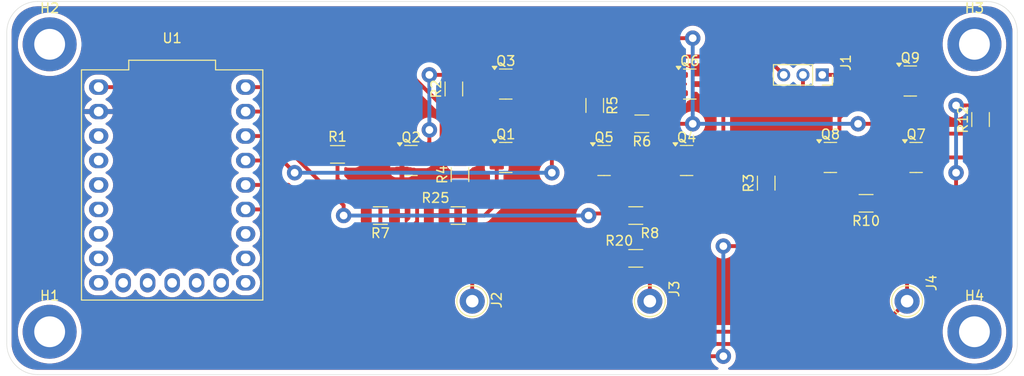
<source format=kicad_pcb>
(kicad_pcb (version 20241229) (generator "pcbnew") (generator_version "9.0")
  (layers (0 "F.Cu" signal) (2 "B.Cu" signal) (13 "F.Paste" user) (15 "B.Paste" user) (5 "F.SilkS" user "F.Silkscreen") (7 "B.SilkS" user "B.Silkscreen") (1 "F.Mask" user) (3 "B.Mask" user) (25 "Edge.Cuts" user))
  (net 0 "")
  (net 1 "Net-(J1-Pin_3)")
  (net 2 "Net-(J1-Pin_1)")
  (net 3 "Net-(J1-Pin_2)")
  (net 4 "Net-(Q1-G)")
  (net 5 "Net-(Q2-G)")
  (net 6 "Net-(Q2-D)")
  (net 7 "5V")
  (net 8 "Net-(Q5-G)")
  (net 9 "GND")
  (net 10 "Net-(U1-GP1)")
  (net 11 "Net-(U1-GP5)")
  (net 12 "Net-(U1-GP0)")
  (net 13 "Net-(U1-GP3)")
  (net 14 "Net-(U1-GP2)")
  (net 15 "Net-(U1-GP4)")
  (net 28 "Net-(Q4-G)")
  (net 29 "Net-(Q5-D)")
  (net 30 "Net-(Q7-G)")
  (net 31 "Net-(Q8-G)")
  (net 32 "Net-(Q8-D)")
  (net 33 "Net-(J2-Pin_1)")
  (net 34 "Net-(J3-Pin_1)")
  (net 35 "Net-(J4-Pin_1)")
  (footprint "Package_TO_SOT_SMD:SOT-23" (layer "F.Cu") (at 167.9725 88.265)
    (property "Reference" "Q5" (at 0 -2.4 0) (layer "F.SilkS"))
    (property "Value" "DMN3042L")
    (fp_line (start 0 -1.56) (end -0.65 -1.56) (stroke (width 0.12)) (layer "F.SilkS"))
    (fp_line (start 0 -1.56) (end 0.65 -1.56) (stroke (width 0.12)) (layer "F.SilkS"))
    (fp_line (start 0 1.56) (end -0.65 1.56) (stroke (width 0.12)) (layer "F.SilkS"))
    (fp_line (start 0 1.56) (end 0.65 1.56) (stroke (width 0.12)) (layer "F.SilkS"))
    (fp_poly (pts (xy -1.1625 -1.51) (xy -1.4025 -1.84) (xy -0.9225 -1.84)) (stroke (width 0.12)) (fill yes) (layer "F.SilkS"))
    (pad "1" smd roundrect (at -0.9375 -0.95) (size 1.475 0.6) (layers "F.Cu" "F.Mask" "F.Paste") (net 8 "Net-(Q5-G)"))
    (pad "2" smd roundrect (at -0.9375 0.95) (size 1.475 0.6) (layers "F.Cu" "F.Mask" "F.Paste") (net 9 "GND"))
    (pad "3" smd roundrect (at 0.9375 0) (size 1.475 0.6) (layers "F.Cu" "F.Mask" "F.Paste") (net 29 "Net-(Q5-D)"))
  )
  (footprint "Package_TO_SOT_SMD:SOT-23" (layer "F.Cu") (at 199.7225 80.01)
    (property "Reference" "Q9" (at 0 -2.4 0) (layer "F.SilkS"))
    (property "Value" "DMP3099L")
    (fp_line (start 0 -1.56) (end -0.65 -1.56) (stroke (width 0.12)) (layer "F.SilkS"))
    (fp_line (start 0 -1.56) (end 0.65 -1.56) (stroke (width 0.12)) (layer "F.SilkS"))
    (fp_line (start 0 1.56) (end -0.65 1.56) (stroke (width 0.12)) (layer "F.SilkS"))
    (fp_line (start 0 1.56) (end 0.65 1.56) (stroke (width 0.12)) (layer "F.SilkS"))
    (fp_poly (pts (xy -1.1625 -1.51) (xy -1.4025 -1.84) (xy -0.9225 -1.84)) (stroke (width 0.12)) (fill yes) (layer "F.SilkS"))
    (pad "1" smd roundrect (at -0.9375 -0.95) (size 1.475 0.6) (layers "F.Cu" "F.Mask" "F.Paste") (net 32 "Net-(Q8-D)"))
    (pad "2" smd roundrect (at -0.9375 0.95) (size 1.475 0.6) (layers "F.Cu" "F.Mask" "F.Paste") (net 7 "5V"))
    (pad "3" smd roundrect (at 0.9375 0) (size 1.475 0.6) (layers "F.Cu" "F.Mask" "F.Paste") (net 2 "Net-(J1-Pin_1)"))
  )
  (footprint "MountingHole:MountingHole_3.2mm_M3_DIN965_Pad" (layer "F.Cu") (at 206.375 76.2)
    (property "Reference" "H3" (at 0 -3.75 0) (layer "F.SilkS"))
    (property "Value" "MountingHole")
    (pad "1" thru_hole circle (at 0 0) (size 5.6 5.6) (drill 3.2) (layers "*.Cu" "*.Mask"))
  )
  (footprint "Resistor_SMD:R_1206_3216Metric" (layer "F.Cu") (at 171.2575 98.425)
    (property "Reference" "R20" (at -1.7125 -1.83 0) (layer "F.SilkS"))
    (property "Value" "5m")
    (fp_line (start -0.727064 -0.91) (end 0.727064 -0.91) (stroke (width 0.12)) (layer "F.SilkS"))
    (fp_line (start -0.727064 0.91) (end 0.727064 0.91) (stroke (width 0.12)) (layer "F.SilkS"))
    (pad "1" smd roundrect (at -1.4625 0) (size 1.125 1.75) (layers "F.Cu" "F.Mask" "F.Paste") (roundrect_rratio 0.222222) (net 9 "GND"))
    (pad "2" smd roundrect (at 1.4625 0) (size 1.125 1.75) (layers "F.Cu" "F.Mask" "F.Paste") (roundrect_rratio 0.222222) (net 34 "Net-(J3-Pin_1)"))
  )
  (footprint "Resistor_SMD:R_1206_3216Metric" (layer "F.Cu") (at 171.2575 93.98 180)
    (property "Reference" "R8" (at -1.4625 -1.83 0) (layer "F.SilkS"))
    (property "Value" "100")
    (fp_line (start -0.727064 0.91) (end 0.727064 0.91) (stroke (width 0.12)) (layer "F.SilkS"))
    (fp_line (start -0.727064 -0.91) (end 0.727064 -0.91) (stroke (width 0.12)) (layer "F.SilkS"))
    (pad "1" smd roundrect (at -1.4625 0 180) (size 1.125 1.75) (layers "F.Cu" "F.Mask" "F.Paste") (roundrect_rratio 0.222222) (net 28 "Net-(Q4-G)"))
    (pad "2" smd roundrect (at 1.4625 0 180) (size 1.125 1.75) (layers "F.Cu" "F.Mask" "F.Paste") (roundrect_rratio 0.222222) (net 14 "Net-(U1-GP2)"))
  )
  (footprint "MCU_Module:Waveshare-RP2040-Zero" (layer "F.Cu") (at 123.19 90.805)
    (property "Reference" "U1" (at 0 -15.24 0) (layer "F.SilkS"))
    (property "Value" "Waveshare-RP2040-Zero")
    (fp_line (start -9.4 11.95) (end -9.4 -11.95) (stroke (width 0.12)) (layer "F.SilkS"))
    (fp_line (start -9.4 11.95) (end 9.4 11.95) (stroke (width 0.12)) (layer "F.SilkS"))
    (fp_line (start -4.5 -12.95) (end -4.5 -11.95) (stroke (width 0.12)) (layer "F.SilkS"))
    (fp_line (start -4.5 -11.95) (end -9.4 -11.95) (stroke (width 0.12)) (layer "F.SilkS"))
    (fp_line (start 4.5 -12.95) (end -4.5 -12.95) (stroke (width 0.12)) (layer "F.SilkS"))
    (fp_line (start 4.5 -11.95) (end 4.5 -12.95) (stroke (width 0.12)) (layer "F.SilkS"))
    (fp_line (start 9.4 -11.95) (end 4.5 -11.95) (stroke (width 0.12)) (layer "F.SilkS"))
    (fp_line (start 9.4 11.95) (end 9.4 -11.95) (stroke (width 0.12)) (layer "F.SilkS"))
    (pad "1" thru_hole oval (at -7.62 -10.16 270) (size 1.6 2) (drill 1) (layers "*.Cu" "*.Mask") (net 7 "5V"))
    (pad "2" thru_hole oval (at -7.62 -7.62 270) (size 1.6 2) (drill 1) (layers "*.Cu" "*.Mask") (net 9 "GND"))
    (pad "3" thru_hole oval (at -7.62 -5.08 270) (size 1.6 2) (drill 1) (layers "*.Cu" "*.Mask"))
    (pad "4" thru_hole oval (at -7.62 -2.54 270) (size 1.6 2) (drill 1) (layers "*.Cu" "*.Mask"))
    (pad "5" thru_hole oval (at -7.62 0 270) (size 1.6 2) (drill 1) (layers "*.Cu" "*.Mask"))
    (pad "6" thru_hole oval (at -7.62 2.54 270) (size 1.6 2) (drill 1) (layers "*.Cu" "*.Mask"))
    (pad "7" thru_hole oval (at -7.62 5.08 270) (size 1.6 2) (drill 1) (layers "*.Cu" "*.Mask"))
    (pad "8" thru_hole oval (at -7.62 7.62 270) (size 1.6 2) (drill 1) (layers "*.Cu" "*.Mask"))
    (pad "9" thru_hole oval (at -7.62 10.16 270) (size 1.6 2) (drill 1) (layers "*.Cu" "*.Mask"))
    (pad "10" thru_hole oval (at -5.08 10.16) (size 1.6 2) (drill 1) (layers "*.Cu" "*.Mask"))
    (pad "11" thru_hole oval (at -2.54 10.16) (size 1.6 2) (drill 1) (layers "*.Cu" "*.Mask"))
    (pad "12" thru_hole oval (at 0 10.16) (size 1.6 2) (drill 1) (layers "*.Cu" "*.Mask"))
    (pad "13" thru_hole oval (at 2.54 10.16) (size 1.6 2) (drill 1) (layers "*.Cu" "*.Mask"))
    (pad "14" thru_hole oval (at 5.08 10.16) (size 1.6 2) (drill 1) (layers "*.Cu" "*.Mask"))
    (pad "15" thru_hole oval (at 7.62 10.16 270) (size 1.6 2) (drill 1) (layers "*.Cu" "*.Mask"))
    (pad "16" thru_hole oval (at 7.62 7.62 270) (size 1.6 2) (drill 1) (layers "*.Cu" "*.Mask"))
    (pad "17" thru_hole oval (at 7.62 5.08 270) (size 1.6 2) (drill 1) (layers "*.Cu" "*.Mask"))
    (pad "18" thru_hole oval (at 7.62 2.54 270) (size 1.6 2) (drill 1) (layers "*.Cu" "*.Mask") (net 11 "Net-(U1-GP5)"))
    (pad "19" thru_hole oval (at 7.62 0 270) (size 1.6 2) (drill 1) (layers "*.Cu" "*.Mask") (net 15 "Net-(U1-GP4)"))
    (pad "20" thru_hole oval (at 7.62 -2.54 270) (size 1.6 2) (drill 1) (layers "*.Cu" "*.Mask") (net 13 "Net-(U1-GP3)"))
    (pad "21" thru_hole oval (at 7.62 -5.08 270) (size 1.6 2) (drill 1) (layers "*.Cu" "*.Mask") (net 14 "Net-(U1-GP2)"))
    (pad "22" thru_hole oval (at 7.62 -7.62 270) (size 1.6 2) (drill 1) (layers "*.Cu" "*.Mask") (net 10 "Net-(U1-GP1)"))
    (pad "23" thru_hole oval (at 7.62 -10.16 270) (size 1.6 2) (drill 1) (layers "*.Cu" "*.Mask") (net 12 "Net-(U1-GP0)"))
  )
  (footprint "Connector_Pin:Pin_D1.3mm_L11.0mm" (layer "F.Cu") (at 172.72 102.87 90)
    (property "Reference" "J3" (at 1.27 2.54 90) (layer "F.SilkS"))
    (property "Value" "Conn_01x01")
    (fp_circle (center 0 0) (end 1.6 0.05) (stroke (width 0.12)) (fill no) (layer "F.SilkS"))
    (pad "1" thru_hole circle (at 0 0 90) (size 2.6 2.6) (drill 1.3) (layers "*.Cu" "*.Mask") (net 34 "Net-(J3-Pin_1)"))
  )
  (footprint "Package_TO_SOT_SMD:SOT-23" (layer "F.Cu") (at 157.7825 87.95)
    (property "Reference" "Q1" (at 0 -2.4 0) (layer "F.SilkS"))
    (property "Value" "DMN3042L")
    (fp_line (start 0 -1.56) (end -0.65 -1.56) (stroke (width 0.12)) (layer "F.SilkS"))
    (fp_line (start 0 -1.56) (end 0.65 -1.56) (stroke (width 0.12)) (layer "F.SilkS"))
    (fp_line (start 0 1.56) (end -0.65 1.56) (stroke (width 0.12)) (layer "F.SilkS"))
    (fp_line (start 0 1.56) (end 0.65 1.56) (stroke (width 0.12)) (layer "F.SilkS"))
    (fp_poly (pts (xy -1.1625 -1.51) (xy -1.4025 -1.84) (xy -0.9225 -1.84)) (stroke (width 0.12)) (fill yes) (layer "F.SilkS"))
    (pad "1" smd roundrect (at -0.9375 -0.95) (size 1.475 0.6) (layers "F.Cu" "F.Mask" "F.Paste") (net 4 "Net-(Q1-G)"))
    (pad "2" smd roundrect (at -0.9375 0.95) (size 1.475 0.6) (layers "F.Cu" "F.Mask" "F.Paste") (net 33 "Net-(J2-Pin_1)"))
    (pad "3" smd roundrect (at 0.9375 0) (size 1.475 0.6) (layers "F.Cu" "F.Mask" "F.Paste") (net 1 "Net-(J1-Pin_3)"))
  )
  (footprint "Resistor_SMD:R_1206_3216Metric" (layer "F.Cu") (at 184.785 90.6125 90)
    (property "Reference" "R3" (at 0 -1.83 90) (layer "F.SilkS"))
    (property "Value" "100")
    (fp_line (start -0.727064 -0.91) (end 0.727064 -0.91) (stroke (width 0.12)) (layer "F.SilkS"))
    (fp_line (start -0.727064 0.91) (end 0.727064 0.91) (stroke (width 0.12)) (layer "F.SilkS"))
    (pad "1" smd roundrect (at -1.4625 0 90) (size 1.125 1.75) (layers "F.Cu" "F.Mask" "F.Paste") (roundrect_rratio 0.222222) (net 11 "Net-(U1-GP5)"))
    (pad "2" smd roundrect (at 1.4625 0 90) (size 1.125 1.75) (layers "F.Cu" "F.Mask" "F.Paste") (roundrect_rratio 0.222222) (net 31 "Net-(Q8-G)"))
  )
  (footprint "Resistor_SMD:R_1206_3216Metric" (layer "F.Cu") (at 167.005 82.55 -90)
    (property "Reference" "R5" (at 0 -1.83 90) (layer "F.SilkS"))
    (property "Value" "100")
    (fp_line (start -0.727064 0.91) (end 0.727064 0.91) (stroke (width 0.12)) (layer "F.SilkS"))
    (fp_line (start -0.727064 -0.91) (end 0.727064 -0.91) (stroke (width 0.12)) (layer "F.SilkS"))
    (pad "1" smd roundrect (at -1.4625 0 270) (size 1.125 1.75) (layers "F.Cu" "F.Mask" "F.Paste") (roundrect_rratio 0.222222) (net 13 "Net-(U1-GP3)"))
    (pad "2" smd roundrect (at 1.4625 0 270) (size 1.125 1.75) (layers "F.Cu" "F.Mask" "F.Paste") (roundrect_rratio 0.222222) (net 8 "Net-(Q5-G)"))
  )
  (footprint "MountingHole:MountingHole_3.2mm_M3_DIN965_Pad" (layer "F.Cu") (at 110.49 106.045)
    (property "Reference" "H1" (at 0 -3.75 0) (layer "F.SilkS"))
    (property "Value" "MountingHole")
    (pad "1" thru_hole circle (at 0 0) (size 5.6 5.6) (drill 3.2) (layers "*.Cu" "*.Mask"))
  )
  (footprint "Resistor_SMD:R_1206_3216Metric" (layer "F.Cu") (at 207.01 84.0125 90)
    (property "Reference" "R12" (at 0 -1.83 90) (layer "F.SilkS"))
    (property "Value" "100")
    (fp_line (start -0.727064 -0.91) (end 0.727064 -0.91) (stroke (width 0.12)) (layer "F.SilkS"))
    (fp_line (start -0.727064 0.91) (end 0.727064 0.91) (stroke (width 0.12)) (layer "F.SilkS"))
    (pad "1" smd roundrect (at -1.4625 0 90) (size 1.125 1.75) (layers "F.Cu" "F.Mask" "F.Paste") (roundrect_rratio 0.222222) (net 30 "Net-(Q7-G)"))
    (pad "2" smd roundrect (at 1.4625 0 90) (size 1.125 1.75) (layers "F.Cu" "F.Mask" "F.Paste") (roundrect_rratio 0.222222) (net 15 "Net-(U1-GP4)"))
  )
  (footprint "MountingHole:MountingHole_3.2mm_M3_DIN965_Pad" (layer "F.Cu") (at 110.49 76.2)
    (property "Reference" "H2" (at 0 -3.75 0) (layer "F.SilkS"))
    (property "Value" "MountingHole")
    (pad "1" thru_hole circle (at 0 0) (size 5.6 5.6) (drill 3.2) (layers "*.Cu" "*.Mask"))
  )
  (footprint "Resistor_SMD:R_1206_3216Metric" (layer "F.Cu") (at 153.035 89.7275 90)
    (property "Reference" "R4" (at 0 -1.83 90) (layer "F.SilkS"))
    (property "Value" "100")
    (fp_line (start -0.727064 -0.91) (end 0.727064 -0.91) (stroke (width 0.12)) (layer "F.SilkS"))
    (fp_line (start -0.727064 0.91) (end 0.727064 0.91) (stroke (width 0.12)) (layer "F.SilkS"))
    (pad "1" smd roundrect (at -1.4625 0 90) (size 1.125 1.75) (layers "F.Cu" "F.Mask" "F.Paste") (roundrect_rratio 0.222222) (net 12 "Net-(U1-GP0)"))
    (pad "2" smd roundrect (at 1.4625 0 90) (size 1.125 1.75) (layers "F.Cu" "F.Mask" "F.Paste") (roundrect_rratio 0.222222) (net 4 "Net-(Q1-G)"))
  )
  (footprint "Connector_Pin:Pin_D1.3mm_L11.0mm" (layer "F.Cu") (at 154.305 102.87 90)
    (property "Reference" "J2" (at 0.113136 2.54 90) (layer "F.SilkS"))
    (property "Value" "Conn_01x01")
    (fp_circle (center 0 0) (end 1.6 0.05) (stroke (width 0.12)) (fill no) (layer "F.SilkS"))
    (pad "1" thru_hole circle (at 0 0 90) (size 2.6 2.6) (drill 1.3) (layers "*.Cu" "*.Mask") (net 33 "Net-(J2-Pin_1)"))
  )
  (footprint "Resistor_SMD:R_1206_3216Metric" (layer "F.Cu") (at 195.1375 92.71 180)
    (property "Reference" "R10" (at 0 -1.83 0) (layer "F.SilkS"))
    (property "Value" "1,5k")
    (fp_line (start -0.727064 0.91) (end 0.727064 0.91) (stroke (width 0.12)) (layer "F.SilkS"))
    (fp_line (start -0.727064 -0.91) (end 0.727064 -0.91) (stroke (width 0.12)) (layer "F.SilkS"))
    (pad "1" smd roundrect (at -1.4625 0 180) (size 1.125 1.75) (layers "F.Cu" "F.Mask" "F.Paste") (roundrect_rratio 0.222222) (net 7 "5V"))
    (pad "2" smd roundrect (at 1.4625 0 180) (size 1.125 1.75) (layers "F.Cu" "F.Mask" "F.Paste") (roundrect_rratio 0.222222) (net 32 "Net-(Q8-D)"))
  )
  (footprint "MountingHole:MountingHole_3.2mm_M3_DIN965_Pad" (layer "F.Cu") (at 206.375 106.045)
    (property "Reference" "H4" (at 0 -3.75 0) (layer "F.SilkS"))
    (property "Value" "MountingHole")
    (pad "1" thru_hole circle (at 0 0) (size 5.6 5.6) (drill 3.2) (layers "*.Cu" "*.Mask"))
  )
  (footprint "Package_TO_SOT_SMD:SOT-23" (layer "F.Cu") (at 157.7825 80.33)
    (property "Reference" "Q3" (at 0 -2.4 0) (layer "F.SilkS"))
    (property "Value" "DMP3099L")
    (fp_line (start 0 -1.56) (end -0.65 -1.56) (stroke (width 0.12)) (layer "F.SilkS"))
    (fp_line (start 0 -1.56) (end 0.65 -1.56) (stroke (width 0.12)) (layer "F.SilkS"))
    (fp_line (start 0 1.56) (end -0.65 1.56) (stroke (width 0.12)) (layer "F.SilkS"))
    (fp_line (start 0 1.56) (end 0.65 1.56) (stroke (width 0.12)) (layer "F.SilkS"))
    (fp_poly (pts (xy -1.1625 -1.51) (xy -1.4025 -1.84) (xy -0.9225 -1.84)) (stroke (width 0.12)) (fill yes) (layer "F.SilkS"))
    (pad "1" smd roundrect (at -0.9375 -0.95) (size 1.475 0.6) (layers "F.Cu" "F.Mask" "F.Paste") (net 6 "Net-(Q2-D)"))
    (pad "2" smd roundrect (at -0.9375 0.95) (size 1.475 0.6) (layers "F.Cu" "F.Mask" "F.Paste") (net 7 "5V"))
    (pad "3" smd roundrect (at 0.9375 0) (size 1.475 0.6) (layers "F.Cu" "F.Mask" "F.Paste") (net 1 "Net-(J1-Pin_3)"))
  )
  (footprint "Package_TO_SOT_SMD:SOT-23" (layer "F.Cu") (at 147.955 88.265)
    (property "Reference" "Q2" (at 0 -2.4 0) (layer "F.SilkS"))
    (property "Value" "DMN3042L")
    (fp_line (start 0 -1.56) (end -0.65 -1.56) (stroke (width 0.12)) (layer "F.SilkS"))
    (fp_line (start 0 -1.56) (end 0.65 -1.56) (stroke (width 0.12)) (layer "F.SilkS"))
    (fp_line (start 0 1.56) (end -0.65 1.56) (stroke (width 0.12)) (layer "F.SilkS"))
    (fp_line (start 0 1.56) (end 0.65 1.56) (stroke (width 0.12)) (layer "F.SilkS"))
    (fp_poly (pts (xy -1.1625 -1.51) (xy -1.4025 -1.84) (xy -0.9225 -1.84)) (stroke (width 0.12)) (fill yes) (layer "F.SilkS"))
    (pad "1" smd roundrect (at -0.9375 -0.95) (size 1.475 0.6) (layers "F.Cu" "F.Mask" "F.Paste") (net 5 "Net-(Q2-G)"))
    (pad "2" smd roundrect (at -0.9375 0.95) (size 1.475 0.6) (layers "F.Cu" "F.Mask" "F.Paste") (net 9 "GND"))
    (pad "3" smd roundrect (at 0.9375 0) (size 1.475 0.6) (layers "F.Cu" "F.Mask" "F.Paste") (net 6 "Net-(Q2-D)"))
  )
  (footprint "Resistor_SMD:R_1206_3216Metric" (layer "F.Cu") (at 152.8425 93.98)
    (property "Reference" "R25" (at -2.3475 -1.83 0) (layer "F.SilkS"))
    (property "Value" "5m")
    (fp_line (start -0.727064 -0.91) (end 0.727064 -0.91) (stroke (width 0.12)) (layer "F.SilkS"))
    (fp_line (start -0.727064 0.91) (end 0.727064 0.91) (stroke (width 0.12)) (layer "F.SilkS"))
    (pad "1" smd roundrect (at -1.4625 0) (size 1.125 1.75) (layers "F.Cu" "F.Mask" "F.Paste") (roundrect_rratio 0.222222) (net 9 "GND"))
    (pad "2" smd roundrect (at 1.4625 0) (size 1.125 1.75) (layers "F.Cu" "F.Mask" "F.Paste") (roundrect_rratio 0.222222) (net 33 "Net-(J2-Pin_1)"))
  )
  (footprint "Resistor_SMD:R_1206_3216Metric" (layer "F.Cu") (at 171.8925 84.455 180)
    (property "Reference" "R6" (at 0 -1.83 0) (layer "F.SilkS"))
    (property "Value" "1,5k")
    (fp_line (start -0.727064 0.91) (end 0.727064 0.91) (stroke (width 0.12)) (layer "F.SilkS"))
    (fp_line (start -0.727064 -0.91) (end 0.727064 -0.91) (stroke (width 0.12)) (layer "F.SilkS"))
    (pad "1" smd roundrect (at -1.4625 0 180) (size 1.125 1.75) (layers "F.Cu" "F.Mask" "F.Paste") (roundrect_rratio 0.222222) (net 7 "5V"))
    (pad "2" smd roundrect (at 1.4625 0 180) (size 1.125 1.75) (layers "F.Cu" "F.Mask" "F.Paste") (roundrect_rratio 0.222222) (net 29 "Net-(Q5-D)"))
  )
  (footprint "Package_TO_SOT_SMD:SOT-23" (layer "F.Cu") (at 200.3275 87.95)
    (property "Reference" "Q7" (at 0 -2.4 0) (layer "F.SilkS"))
    (property "Value" "DMN3042L")
    (fp_line (start 0 -1.56) (end -0.65 -1.56) (stroke (width 0.12)) (layer "F.SilkS"))
    (fp_line (start 0 -1.56) (end 0.65 -1.56) (stroke (width 0.12)) (layer "F.SilkS"))
    (fp_line (start 0 1.56) (end -0.65 1.56) (stroke (width 0.12)) (layer "F.SilkS"))
    (fp_line (start 0 1.56) (end 0.65 1.56) (stroke (width 0.12)) (layer "F.SilkS"))
    (fp_poly (pts (xy -1.1625 -1.51) (xy -1.4025 -1.84) (xy -0.9225 -1.84)) (stroke (width 0.12)) (fill yes) (layer "F.SilkS"))
    (pad "1" smd roundrect (at -0.9375 -0.95) (size 1.475 0.6) (layers "F.Cu" "F.Mask" "F.Paste") (net 30 "Net-(Q7-G)"))
    (pad "2" smd roundrect (at -0.9375 0.95) (size 1.475 0.6) (layers "F.Cu" "F.Mask" "F.Paste") (net 35 "Net-(J4-Pin_1)"))
    (pad "3" smd roundrect (at 0.9375 0) (size 1.475 0.6) (layers "F.Cu" "F.Mask" "F.Paste") (net 2 "Net-(J1-Pin_1)"))
  )
  (footprint "Connector_Pin:Pin_D1.3mm_L11.0mm" (layer "F.Cu") (at 199.39 102.87 90)
    (property "Reference" "J4" (at 1.905 2.54 90) (layer "F.SilkS"))
    (property "Value" "Conn_01x01")
    (fp_circle (center 0 0) (end 1.6 0.05) (stroke (width 0.12)) (fill no) (layer "F.SilkS"))
    (pad "1" thru_hole circle (at 0 0 90) (size 2.6 2.6) (drill 1.3) (layers "*.Cu" "*.Mask") (net 35 "Net-(J4-Pin_1)"))
  )
  (footprint "Package_TO_SOT_SMD:SOT-23" (layer "F.Cu") (at 176.8625 80.33)
    (property "Reference" "Q6" (at 0 -2.4 0) (layer "F.SilkS"))
    (property "Value" "DMP3099L")
    (fp_line (start 0 -1.56) (end -0.65 -1.56) (stroke (width 0.12)) (layer "F.SilkS"))
    (fp_line (start 0 -1.56) (end 0.65 -1.56) (stroke (width 0.12)) (layer "F.SilkS"))
    (fp_line (start 0 1.56) (end -0.65 1.56) (stroke (width 0.12)) (layer "F.SilkS"))
    (fp_line (start 0 1.56) (end 0.65 1.56) (stroke (width 0.12)) (layer "F.SilkS"))
    (fp_poly (pts (xy -1.1625 -1.51) (xy -1.4025 -1.84) (xy -0.9225 -1.84)) (stroke (width 0.12)) (fill yes) (layer "F.SilkS"))
    (pad "1" smd roundrect (at -0.9375 -0.95) (size 1.475 0.6) (layers "F.Cu" "F.Mask" "F.Paste") (net 29 "Net-(Q5-D)"))
    (pad "2" smd roundrect (at -0.9375 0.95) (size 1.475 0.6) (layers "F.Cu" "F.Mask" "F.Paste") (net 7 "5V"))
    (pad "3" smd roundrect (at 0.9375 0) (size 1.475 0.6) (layers "F.Cu" "F.Mask" "F.Paste") (net 3 "Net-(J1-Pin_2)"))
  )
  (footprint "Resistor_SMD:R_1206_3216Metric" (layer "F.Cu") (at 152.4 80.8375 90)
    (property "Reference" "R2" (at 0 -1.83 90) (layer "F.SilkS"))
    (property "Value" "1,5k")
    (fp_line (start -0.727064 -0.91) (end 0.727064 -0.91) (stroke (width 0.12)) (layer "F.SilkS"))
    (fp_line (start -0.727064 0.91) (end 0.727064 0.91) (stroke (width 0.12)) (layer "F.SilkS"))
    (pad "1" smd roundrect (at -1.4625 0 90) (size 1.125 1.75) (layers "F.Cu" "F.Mask" "F.Paste") (roundrect_rratio 0.222222) (net 7 "5V"))
    (pad "2" smd roundrect (at 1.4625 0 90) (size 1.125 1.75) (layers "F.Cu" "F.Mask" "F.Paste") (roundrect_rratio 0.222222) (net 6 "Net-(Q2-D)"))
  )
  (footprint "Connector_PinSocket_2.00mm:PinSocket_1x03_P2.00mm_Vertical" (layer "F.Cu") (at 190.595 79.375 -90)
    (property "Reference" "J1" (at -1.27 -2.445 90) (layer "F.SilkS"))
    (property "Value" "Conn_01x03_Pin")
    (fp_line (start -1.06 5.06) (end 1.06 5.06) (stroke (width 0.12)) (layer "F.SilkS"))
    (fp_line (start -1.06 1) (end -1.06 5.06) (stroke (width 0.12)) (layer "F.SilkS"))
    (fp_line (start -1.06 1) (end 1.06 1) (stroke (width 0.12)) (layer "F.SilkS"))
    (fp_line (start 1.06 1) (end 1.06 5.06) (stroke (width 0.12)) (layer "F.SilkS"))
    (fp_line (start 0 -1.06) (end 1.06 -1.06) (stroke (width 0.12)) (layer "F.SilkS"))
    (fp_line (start 1.06 -1.06) (end 1.06 0) (stroke (width 0.12)) (layer "F.SilkS"))
    (pad "1" thru_hole rect (at 0 0 270) (size 1.35 1.35) (drill 0.8) (layers "*.Cu" "*.Mask") (net 2 "Net-(J1-Pin_1)"))
    (pad "2" thru_hole circle (at 0 2 270) (size 1.35 1.35) (drill 0.8) (layers "*.Cu" "*.Mask") (net 3 "Net-(J1-Pin_2)"))
    (pad "3" thru_hole circle (at 0 4 270) (size 1.35 1.35) (drill 0.8) (layers "*.Cu" "*.Mask") (net 1 "Net-(J1-Pin_3)"))
  )
  (footprint "Resistor_SMD:R_1206_3216Metric" (layer "F.Cu") (at 140.335 87.63)
    (property "Reference" "R1" (at 0 -1.83 0) (layer "F.SilkS"))
    (property "Value" "100")
    (fp_line (start -0.727064 -0.91) (end 0.727064 -0.91) (stroke (width 0.12)) (layer "F.SilkS"))
    (fp_line (start -0.727064 0.91) (end 0.727064 0.91) (stroke (width 0.12)) (layer "F.SilkS"))
    (pad "1" smd roundrect (at -1.4625 0) (size 1.125 1.75) (layers "F.Cu" "F.Mask" "F.Paste") (roundrect_rratio 0.222222) (net 10 "Net-(U1-GP1)"))
    (pad "2" smd roundrect (at 1.4625 0) (size 1.125 1.75) (layers "F.Cu" "F.Mask" "F.Paste") (roundrect_rratio 0.222222) (net 5 "Net-(Q2-G)"))
  )
  (footprint "Resistor_SMD:R_1206_3216Metric" (layer "F.Cu") (at 144.78 93.98 180)
    (property "Reference" "R7" (at 0 -1.83 0) (layer "F.SilkS"))
    (property "Value" "5m")
    (fp_line (start -0.727064 0.91) (end 0.727064 0.91) (stroke (width 0.12)) (layer "F.SilkS"))
    (fp_line (start -0.727064 -0.91) (end 0.727064 -0.91) (stroke (width 0.12)) (layer "F.SilkS"))
    (pad "1" smd roundrect (at -1.4625 0 180) (size 1.125 1.75) (layers "F.Cu" "F.Mask" "F.Paste") (roundrect_rratio 0.222222) (net 9 "GND"))
    (pad "2" smd roundrect (at 1.4625 0 180) (size 1.125 1.75) (layers "F.Cu" "F.Mask" "F.Paste") (roundrect_rratio 0.222222) (net 35 "Net-(J4-Pin_1)"))
  )
  (footprint "Package_TO_SOT_SMD:SOT-23" (layer "F.Cu") (at 191.4375 87.95)
    (property "Reference" "Q8" (at 0 -2.4 0) (layer "F.SilkS"))
    (property "Value" "DMN3042L")
    (fp_line (start 0 -1.56) (end -0.65 -1.56) (stroke (width 0.12)) (layer "F.SilkS"))
    (fp_line (start 0 -1.56) (end 0.65 -1.56) (stroke (width 0.12)) (layer "F.SilkS"))
    (fp_line (start 0 1.56) (end -0.65 1.56) (stroke (width 0.12)) (layer "F.SilkS"))
    (fp_line (start 0 1.56) (end 0.65 1.56) (stroke (width 0.12)) (layer "F.SilkS"))
    (fp_poly (pts (xy -1.1625 -1.51) (xy -1.4025 -1.84) (xy -0.9225 -1.84)) (stroke (width 0.12)) (fill yes) (layer "F.SilkS"))
    (pad "1" smd roundrect (at -0.9375 -0.95) (size 1.475 0.6) (layers "F.Cu" "F.Mask" "F.Paste") (net 31 "Net-(Q8-G)"))
    (pad "2" smd roundrect (at -0.9375 0.95) (size 1.475 0.6) (layers "F.Cu" "F.Mask" "F.Paste") (net 9 "GND"))
    (pad "3" smd roundrect (at 0.9375 0) (size 1.475 0.6) (layers "F.Cu" "F.Mask" "F.Paste") (net 32 "Net-(Q8-D)"))
  )
  (footprint "Package_TO_SOT_SMD:SOT-23" (layer "F.Cu") (at 176.53 88.265)
    (property "Reference" "Q4" (at 0 -2.4 0) (layer "F.SilkS"))
    (property "Value" "DMN3042L")
    (fp_line (start 0 -1.56) (end -0.65 -1.56) (stroke (width 0.12)) (layer "F.SilkS"))
    (fp_line (start 0 -1.56) (end 0.65 -1.56) (stroke (width 0.12)) (layer "F.SilkS"))
    (fp_line (start 0 1.56) (end -0.65 1.56) (stroke (width 0.12)) (layer "F.SilkS"))
    (fp_line (start 0 1.56) (end 0.65 1.56) (stroke (width 0.12)) (layer "F.SilkS"))
    (fp_poly (pts (xy -1.1625 -1.51) (xy -1.4025 -1.84) (xy -0.9225 -1.84)) (stroke (width 0.12)) (fill yes) (layer "F.SilkS"))
    (pad "1" smd roundrect (at -0.9375 -0.95) (size 1.475 0.6) (layers "F.Cu" "F.Mask" "F.Paste") (net 28 "Net-(Q4-G)"))
    (pad "2" smd roundrect (at -0.9375 0.95) (size 1.475 0.6) (layers "F.Cu" "F.Mask" "F.Paste") (net 34 "Net-(J3-Pin_1)"))
    (pad "3" smd roundrect (at 0.9375 0) (size 1.475 0.6) (layers "F.Cu" "F.Mask" "F.Paste") (net 3 "Net-(J1-Pin_2)"))
  )
  (gr_arc (start 207.62 71.755) (mid 209.882742 72.692258) (end 210.82 74.955) (stroke (width 0.05)) (layer "Edge.Cuts"))
  (gr_arc (start 109.245 110.49) (mid 106.982258 109.552742) (end 106.045 107.29) (stroke (width 0.05)) (layer "Edge.Cuts"))
  (gr_line (start 210.82 74.955) (end 210.82 107.29) (stroke (width 0.05)) (layer "Edge.Cuts"))
  (gr_arc (start 210.82 107.29) (mid 209.882742 109.552742) (end 207.62 110.49) (stroke (width 0.05)) (layer "Edge.Cuts"))
  (gr_line (start 109.245 71.755) (end 207.62 71.755) (stroke (width 0.05)) (layer "Edge.Cuts"))
  (gr_line (start 106.045 107.29) (end 106.045 74.955) (stroke (width 0.05)) (layer "Edge.Cuts"))
  (gr_arc (start 106.045 74.955) (mid 106.982258 72.692258) (end 109.245 71.755) (stroke (width 0.05)) (layer "Edge.Cuts"))
  (gr_line (start 207.62 110.49) (end 109.245 110.49) (stroke (width 0.05)) (layer "Edge.Cuts"))
  (segment (start 158.72 78.77) (end 158.72 80.33) (width 0.4) (layer "F.Cu") (net 1))
  (segment (start 184.69 77.47) (end 160.02 77.47) (width 0.4) (layer "F.Cu") (net 1))
  (segment (start 160.02 77.47) (end 158.72 78.77) (width 0.4) (layer "F.Cu") (net 1))
  (segment (start 158.72 87.95) (end 158.72 80.33) (width 0.4) (layer "F.Cu") (net 1))
  (segment (start 186.595 79.375) (end 184.69 77.47) (width 0.4) (layer "F.Cu") (net 1))
  (segment (start 194.945 78.105) (end 193.675 79.375) (width 0.4) (layer "F.Cu") (net 2))
  (segment (start 200.025 78.105) (end 194.945 78.105) (width 0.4) (layer "F.Cu") (net 2))
  (segment (start 201.295 80.645) (end 200.66 80.01) (width 0.4) (layer "F.Cu") (net 2))
  (segment (start 208.915 86.36) (end 208.915 81.915) (width 0.4) (layer "F.Cu") (net 2))
  (segment (start 201.265 87.95) (end 207.325 87.95) (width 0.4) (layer "F.Cu") (net 2))
  (segment (start 193.675 79.375) (end 190.595 79.375) (width 0.4) (layer "F.Cu") (net 2))
  (segment (start 200.66 78.74) (end 200.025 78.105) (width 0.4) (layer "F.Cu") (net 2))
  (segment (start 208.915 81.915) (end 207.645 80.645) (width 0.4) (layer "F.Cu") (net 2))
  (segment (start 200.66 80.01) (end 200.66 78.74) (width 0.4) (layer "F.Cu") (net 2))
  (segment (start 207.325 87.95) (end 208.915 86.36) (width 0.4) (layer "F.Cu") (net 2))
  (segment (start 207.645 80.645) (end 201.295 80.645) (width 0.4) (layer "F.Cu") (net 2))
  (segment (start 180.34 85.3925) (end 180.34 81.28) (width 0.4) (layer "F.Cu") (net 3))
  (segment (start 188.595 80.645) (end 188.595 79.375) (width 0.4) (layer "F.Cu") (net 3))
  (segment (start 177.4675 88.265) (end 180.34 85.3925) (width 0.4) (layer "F.Cu") (net 3))
  (segment (start 180.34 81.28) (end 187.96 81.28) (width 0.4) (layer "F.Cu") (net 3))
  (segment (start 178.75 81.28) (end 180.34 81.28) (width 0.4) (layer "F.Cu") (net 3))
  (segment (start 187.96 81.28) (end 188.595 80.645) (width 0.4) (layer "F.Cu") (net 3))
  (segment (start 177.8 80.33) (end 178.75 81.28) (width 0.4) (layer "F.Cu") (net 3))
  (segment (start 154.305 88.265) (end 153.035 88.265) (width 0.4) (layer "F.Cu") (net 4))
  (segment (start 155.57 87) (end 154.305 88.265) (width 0.4) (layer "F.Cu") (net 4))
  (segment (start 156.845 87) (end 155.57 87) (width 0.4) (layer "F.Cu") (net 4))
  (segment (start 144.145 87.63) (end 141.7975 87.63) (width 0.4) (layer "F.Cu") (net 5))
  (segment (start 144.46 87.315) (end 144.145 87.63) (width 0.4) (layer "F.Cu") (net 5))
  (segment (start 147.0175 87.315) (end 144.46 87.315) (width 0.4) (layer "F.Cu") (net 5))
  (segment (start 152.405 79.38) (end 152.4 79.375) (width 0.4) (layer "F.Cu") (net 6))
  (segment (start 149.86 86.36) (end 148.8925 87.3275) (width 0.4) (layer "F.Cu") (net 6))
  (segment (start 152.4 79.375) (end 149.86 79.375) (width 0.4) (layer "F.Cu") (net 6))
  (segment (start 156.845 79.38) (end 152.405 79.38) (width 0.4) (layer "F.Cu") (net 6))
  (segment (start 148.8925 87.3275) (end 148.8925 88.265) (width 0.4) (layer "F.Cu") (net 6))
  (segment (start 149.86 85.09) (end 149.86 86.36) (width 0.4) (layer "F.Cu") (net 6))
  (via (at 149.86 79.375) (size 1.6) (drill 0.8) (layers "F.Cu" "B.Cu") (net 6))
  (via (at 149.86 85.09) (size 1.6) (drill 0.8) (layers "F.Cu" "B.Cu") (net 6))
  (segment (start 149.86 79.375) (end 149.86 85.09) (width 0.4) (layer "B.Cu") (net 6))
  (segment (start 156.21 77.47) (end 147.955 77.47) (width 0.4) (layer "F.Cu") (net 7))
  (segment (start 196.215 84.455) (end 196.85 85.09) (width 0.4) (layer "F.Cu") (net 7))
  (segment (start 177.165 84.455) (end 175.26 84.455) (width 0.4) (layer "F.Cu") (net 7))
  (segment (start 121.285 77.47) (end 118.11 80.645) (width 0.4) (layer "F.Cu") (net 7))
  (segment (start 150.88 82.3) (end 147.955 79.375) (width 0.4) (layer "F.Cu") (net 7))
  (segment (start 198.785 83.155) (end 198.785 80.96) (width 0.4) (layer "F.Cu") (net 7))
  (segment (start 147.955 79.375) (end 147.955 77.47) (width 0.4) (layer "F.Cu") (net 7))
  (segment (start 196.85 85.09) (end 198.785 83.155) (width 0.4) (layer "F.Cu") (net 7))
  (segment (start 173.355 84.455) (end 174.3075 83.5025) (width 0.4) (layer "F.Cu") (net 7))
  (segment (start 174.3075 83.5025) (end 175.925 81.885) (width 0.4) (layer "F.Cu") (net 7))
  (segment (start 152.4 82.3) (end 150.88 82.3) (width 0.4) (layer "F.Cu") (net 7))
  (segment (start 196.6 85.34) (end 196.85 85.09) (width 0.4) (layer "F.Cu") (net 7))
  (segment (start 156.845 81.28) (end 155.575 81.28) (width 0.4) (layer "F.Cu") (net 7))
  (segment (start 158.115 75.565) (end 156.21 77.47) (width 0.4) (layer "F.Cu") (net 7))
  (segment (start 147.955 77.47) (end 121.285 77.47) (width 0.4) (layer "F.Cu") (net 7))
  (segment (start 155.575 81.28) (end 154.555 82.3) (width 0.4) (layer "F.Cu") (net 7))
  (segment (start 175.26 84.455) (end 174.3075 83.5025) (width 0.4) (layer "F.Cu") (net 7))
  (segment (start 194.31 84.455) (end 196.215 84.455) (width 0.4) (layer "F.Cu") (net 7))
  (segment (start 196.6 92.71) (end 196.6 85.34) (width 0.4) (layer "F.Cu") (net 7))
  (segment (start 177.165 75.565) (end 158.115 75.565) (width 0.4) (layer "F.Cu") (net 7))
  (segment (start 154.555 82.3) (end 152.4 82.3) (width 0.4) (layer "F.Cu") (net 7))
  (segment (start 175.925 81.885) (end 175.925 81.28) (width 0.4) (layer "F.Cu") (net 7))
  (segment (start 118.11 80.645) (end 115.57 80.645) (width 0.4) (layer "F.Cu") (net 7))
  (via (at 177.165 84.455) (size 1.6) (drill 0.8) (layers "F.Cu" "B.Cu") (net 7))
  (via (at 194.31 84.455) (size 1.6) (drill 0.8) (layers "F.Cu" "B.Cu") (net 7))
  (via (at 177.165 75.565) (size 1.6) (drill 0.8) (layers "F.Cu" "B.Cu") (net 7))
  (segment (start 177.165 84.455) (end 194.31 84.455) (width 0.4) (layer "B.Cu") (net 7))
  (segment (start 177.165 75.565) (end 177.165 84.455) (width 0.4) (layer "B.Cu") (net 7))
  (segment (start 167.035 87.315) (end 167.035 84.0425) (width 0.4) (layer "F.Cu") (net 8))
  (segment (start 167.035 84.0425) (end 167.005 84.0125) (width 0.4) (layer "F.Cu") (net 8))
  (segment (start 164.465 91.785) (end 167.035 89.215) (width 0.4) (layer "F.Cu") (net 9))
  (segment (start 169.795 98.425) (end 167.64 98.425) (width 0.4) (layer "F.Cu") (net 9))
  (segment (start 164.465 105.41) (end 167.005 102.87) (width 0.4) (layer "F.Cu") (net 9))
  (segment (start 152.15 92.71) (end 153.70992 92.71) (width 0.4) (layer "F.Cu") (net 9))
  (segment (start 164.465 95.25) (end 164.465 91.785) (width 0.4) (layer "F.Cu") (net 9))
  (segment (start 122.555 83.185) (end 115.57 83.185) (width 0.4) (layer "F.Cu") (net 9))
  (segment (start 155.575 90.805) (end 154.305 89.535) (width 0.4) (layer "F.Cu") (net 9))
  (segment (start 153.70992 92.71) (end 153.71592 92.704) (width 0.4) (layer "F.Cu") (net 9))
  (segment (start 148.59 89.535) (end 148.27 89.215) (width 0.4) (layer "F.Cu") (net 9))
  (segment (start 153.67 105.41) (end 164.465 105.41) (width 0.4) (layer "F.Cu") (net 9))
  (segment (start 155.575 91.44) (end 155.575 90.805) (width 0.4) (layer "F.Cu") (net 9))
  (segment (start 190.5 88.9) (end 190.5 90.805) (width 0.4) (layer "F.Cu") (net 9))
  (segment (start 154.311 92.704) (end 155.575 91.44) (width 0.4) (layer "F.Cu") (net 9))
  (segment (start 127 78.74) (end 146.05 78.74) (width 0.4) (layer "F.Cu") (net 9))
  (segment (start 122.555 83.185) (end 127 78.74) (width 0.4) (layer "F.Cu") (net 9))
  (segment (start 151.38 93.48) (end 152.15 92.71) (width 0.4) (layer "F.Cu") (net 9))
  (segment (start 151.13 89.535) (end 148.59 89.535) (width 0.4) (layer "F.Cu") (net 9))
  (segment (start 148.27 89.215) (end 147.0175 89.215) (width 0.4) (layer "F.Cu") (net 9))
  (segment (start 167.64 98.425) (end 164.465 95.25) (width 0.4) (layer "F.Cu") (net 9))
  (segment (start 154.305 89.535) (end 151.13 89.535) (width 0.4) (layer "F.Cu") (net 9))
  (segment (start 190.5 90.805) (end 175.895 105.41) (width 0.4) (layer "F.Cu") (net 9))
  (segment (start 151.38 93.98) (end 151.38 93.48) (width 0.4) (layer "F.Cu") (net 9))
  (segment (start 169.795 102.87) (end 169.795 98.425) (width 0.4) (layer "F.Cu") (net 9))
  (segment (start 175.895 105.41) (end 170.815 105.41) (width 0.4) (layer "F.Cu") (net 9))
  (segment (start 167.005 102.87) (end 169.795 102.87) (width 0.4) (layer "F.Cu") (net 9))
  (segment (start 146.2425 92.5175) (end 147.0175 91.7425) (width 0.4) (layer "F.Cu") (net 9))
  (segment (start 151.38 93.98) (end 151.38 103.12) (width 0.4) (layer "F.Cu") (net 9))
  (segment (start 169.795 104.39) (end 169.795 104.14) (width 0.4) (layer "F.Cu") (net 9))
  (segment (start 151.38 103.12) (end 153.67 105.41) (width 0.4) (layer "F.Cu") (net 9))
  (segment (start 146.05 78.74) (end 151.13 83.82) (width 0.4) (layer "F.Cu") (net 9))
  (segment (start 146.2425 93.98) (end 146.2425 92.5175) (width 0.4) (layer "F.Cu") (net 9))
  (segment (start 153.71592 92.704) (end 154.311 92.704) (width 0.4) (layer "F.Cu") (net 9))
  (segment (start 147.0175 91.7425) (end 147.0175 89.215) (width 0.4) (layer "F.Cu") (net 9))
  (segment (start 151.13 83.82) (end 151.13 89.535) (width 0.4) (layer "F.Cu") (net 9))
  (segment (start 169.795 104.14) (end 169.795 102.87) (width 0.4) (layer "F.Cu") (net 9))
  (segment (start 170.815 105.41) (end 169.795 104.39) (width 0.4) (layer "F.Cu") (net 9))
  (segment (start 134.4275 83.185) (end 130.81 83.185) (width 0.4) (layer "F.Cu") (net 10))
  (segment (start 138.8725 87.63) (end 134.4275 83.185) (width 0.4) (layer "F.Cu") (net 10))
  (segment (start 184.785 94.615) (end 184.785 92.075) (width 0.4) (layer "F.Cu") (net 11))
  (segment (start 151.13 108.585) (end 135.89 93.345) (width 0.4) (layer "F.Cu") (net 11))
  (segment (start 135.89 93.345) (end 130.81 93.345) (width 0.4) (layer "F.Cu") (net 11))
  (segment (start 182.245 97.155) (end 184.785 94.615) (width 0.4) (layer "F.Cu") (net 11))
  (segment (start 180.34 108.585) (end 151.13 108.585) (width 0.4) (layer "F.Cu") (net 11))
  (segment (start 180.34 97.155) (end 182.245 97.155) (width 0.4) (layer "F.Cu") (net 11))
  (via (at 180.34 108.585) (size 1.6) (drill 0.8) (layers "F.Cu" "B.Cu") (net 11))
  (via (at 180.34 97.155) (size 1.6) (drill 0.8) (layers "F.Cu" "B.Cu") (net 11))
  (segment (start 180.34 108.585) (end 180.34 97.155) (width 0.4) (layer "B.Cu") (net 11))
  (segment (start 142.24 92.075) (end 144.145 92.075) (width 0.4) (layer "F.Cu") (net 12))
  (segment (start 144.78 95.885) (end 145.415 96.52) (width 0.4) (layer "F.Cu") (net 12))
  (segment (start 146.685 96.52) (end 148.59 94.615) (width 0.4) (layer "F.Cu") (net 12))
  (segment (start 149.1575 91.19) (end 153.035 91.19) (width 0.4) (layer "F.Cu") (net 12))
  (segment (start 140.335 90.17) (end 142.24 92.075) (width 0.4) (layer "F.Cu") (net 12))
  (segment (start 134.75058 80.645) (end 130.81 80.645) (width 0.4) (layer "F.Cu") (net 12))
  (segment (start 144.78 92.71) (end 144.78 95.885) (width 0.4) (layer "F.Cu") (net 12))
  (segment (start 144.145 92.075) (end 144.78 92.71) (width 0.4) (layer "F.Cu") (net 12))
  (segment (start 148.59 91.7575) (end 149.1575 91.19) (width 0.4) (layer "F.Cu") (net 12))
  (segment (start 148.59 94.615) (end 148.59 91.7575) (width 0.4) (layer "F.Cu") (net 12))
  (segment (start 134.75058 80.645) (end 140.335 86.22942) (width 0.4) (layer "F.Cu") (net 12))
  (segment (start 145.415 96.52) (end 146.685 96.52) (width 0.4) (layer "F.Cu") (net 12))
  (segment (start 140.335 86.22942) (end 140.335 90.17) (width 0.4) (layer "F.Cu") (net 12))
  (segment (start 162.56 85.5325) (end 162.56 89.535) (width 0.4) (layer "F.Cu") (net 13))
  (segment (start 167.005 81.0875) (end 162.56 85.5325) (width 0.4) (layer "F.Cu") (net 13))
  (segment (start 134.62 88.265) (end 130.81 88.265) (width 0.4) (layer "F.Cu") (net 13))
  (segment (start 135.89 89.535) (end 134.62 88.265) (width 0.4) (layer "F.Cu") (net 13))
  (via (at 135.89 89.535) (size 1.6) (drill 0.8) (layers "F.Cu" "B.Cu") (net 13))
  (via (at 162.56 89.535) (size 1.6) (drill 0.8) (layers "F.Cu" "B.Cu") (net 13))
  (segment (start 162.56 89.535) (end 135.89 89.535) (width 0.4) (layer "B.Cu") (net 13))
  (segment (start 140.97 92.916529) (end 140.97 93.98) (width 0.4) (layer "F.Cu") (net 14))
  (segment (start 169.581471 93.766471) (end 169.795 93.98) (width 0.4) (layer "F.Cu") (net 14))
  (segment (start 133.778471 85.725) (end 130.81 85.725) (width 0.4) (layer "F.Cu") (net 14))
  (segment (start 133.778471 85.725) (end 140.97 92.916529) (width 0.4) (layer "F.Cu") (net 14))
  (segment (start 166.583529 93.766471) (end 169.581471 93.766471) (width 0.4) (layer "F.Cu") (net 14))
  (segment (start 166.37 93.98) (end 166.583529 93.766471) (width 0.4) (layer "F.Cu") (net 14))
  (via (at 166.37 93.98) (size 1.6) (drill 0.8) (layers "F.Cu" "B.Cu") (net 14))
  (via (at 140.97 93.98) (size 1.6) (drill 0.8) (layers "F.Cu" "B.Cu") (net 14))
  (segment (start 166.37 93.98) (end 140.97 93.98) (width 0.4) (layer "B.Cu") (net 14))
  (segment (start 204.47 89.535) (end 204.47 100.965) (width 0.4) (layer "F.Cu") (net 15))
  (segment (start 198.12 107.315) (end 151.765 107.315) (width 0.4) (layer "F.Cu") (net 15))
  (segment (start 135.255 90.805) (end 130.81 90.805) (width 0.4) (layer "F.Cu") (net 15))
  (segment (start 207.01 82.55) (end 204.47 82.55) (width 0.4) (layer "F.Cu") (net 15))
  (segment (start 204.47 100.965) (end 198.12 107.315) (width 0.4) (layer "F.Cu") (net 15))
  (segment (start 151.765 107.315) (end 135.255 90.805) (width 0.4) (layer "F.Cu") (net 15))
  (via (at 204.47 82.55) (size 1.6) (drill 0.8) (layers "F.Cu" "B.Cu") (net 15))
  (via (at 204.47 89.535) (size 1.6) (drill 0.8) (layers "F.Cu" "B.Cu") (net 15))
  (segment (start 204.47 82.55) (end 204.47 89.535) (width 0.4) (layer "B.Cu") (net 15))
  (segment (start 175.5925 87.315) (end 174.305 87.315) (width 0.4) (layer "F.Cu") (net 28))
  (segment (start 172.72 88.9) (end 172.72 93.98) (width 0.4) (layer "F.Cu") (net 28))
  (segment (start 174.305 87.315) (end 172.72 88.9) (width 0.4) (layer "F.Cu") (net 28))
  (segment (start 170.43 86.11) (end 170.43 84.455) (width 0.4) (layer "F.Cu") (net 29))
  (segment (start 175.925 79.38) (end 173.35 79.38) (width 0.4) (layer "F.Cu") (net 29))
  (segment (start 170.43 82.3) (end 170.43 84.455) (width 0.4) (layer "F.Cu") (net 29))
  (segment (start 168.91 88.265) (end 168.91 87.63) (width 0.4) (layer "F.Cu") (net 29))
  (segment (start 173.35 79.38) (end 170.43 82.3) (width 0.4) (layer "F.Cu") (net 29))
  (segment (start 168.91 87.63) (end 170.43 86.11) (width 0.4) (layer "F.Cu") (net 29))
  (segment (start 199.39 87) (end 200.66 85.73) (width 0.4) (layer "F.Cu") (net 30))
  (segment (start 200.91 85.475) (end 207.01 85.475) (width 0.4) (layer "F.Cu") (net 30))
  (segment (start 200.66 85.73) (end 200.66 85.725) (width 0.4) (layer "F.Cu") (net 30))
  (segment (start 200.66 85.725) (end 200.91 85.475) (width 0.4) (layer "F.Cu") (net 30))
  (segment (start 190.5 87) (end 186.935 87) (width 0.4) (layer "F.Cu") (net 31))
  (segment (start 186.935 87) (end 184.785 89.15) (width 0.4) (layer "F.Cu") (net 31))
  (segment (start 193.675 90.17) (end 192.375 88.87) (width 0.4) (layer "F.Cu") (net 32))
  (segment (start 193.675 92.71) (end 193.675 90.17) (width 0.4) (layer "F.Cu") (net 32))
  (segment (start 192.375 83.85) (end 197.165 79.06) (width 0.4) (layer "F.Cu") (net 32))
  (segment (start 197.165 79.06) (end 198.785 79.06) (width 0.4) (layer "F.Cu") (net 32))
  (segment (start 192.375 88.87) (end 192.375 87.95) (width 0.4) (layer "F.Cu") (net 32))
  (segment (start 192.375 87.95) (end 192.375 83.85) (width 0.4) (layer "F.Cu") (net 32))
  (segment (start 155.575 93.98) (end 154.305 93.98) (width 0.4) (layer "F.Cu") (net 33))
  (segment (start 154.305 102.87) (end 154.305 93.98) (width 0.4) (layer "F.Cu") (net 33))
  (segment (start 156.845 92.71) (end 155.575 93.98) (width 0.4) (layer "F.Cu") (net 33))
  (segment (start 156.845 88.9) (end 156.845 92.71) (width 0.4) (layer "F.Cu") (net 33))
  (segment (start 172.72 98.425) (end 173.99 98.425) (width 0.4) (layer "F.Cu") (net 34))
  (segment (start 172.72 102.87) (end 172.72 98.425) (width 0.4) (layer "F.Cu") (net 34))
  (segment (start 173.99 98.425) (end 175.5925 96.8225) (width 0.4) (layer "F.Cu") (net 34))
  (segment (start 175.5925 96.8225) (end 175.5925 89.215) (width 0.4) (layer "F.Cu") (net 34))
  (segment (start 152.4 106.045) (end 196.215 106.045) (width 0.4) (layer "F.Cu") (net 35))
  (segment (start 196.215 106.045) (end 199.39 102.87) (width 0.4) (layer "F.Cu") (net 35))
  (segment (start 199.39 88.9) (end 199.39 102.87) (width 0.4) (layer "F.Cu") (net 35))
  (segment (start 143.3175 93.98) (end 143.3175 96.9625) (width 0.4) (layer "F.Cu") (net 35))
  (segment (start 143.3175 96.9625) (end 152.4 106.045) (width 0.4) (layer "F.Cu") (net 35))
  (zone (net 9) (net_name "GND") (layers "F.Cu" "B.Cu") (connect_pads (clearance 0.5)) (min_thickness 0.25) (fill yes (thermal_gap 0.5) (thermal_bridge_width 0.5))
    (polygon (pts (xy 210.82 71.755) (xy 210.82 110.49) (xy 106.045 110.49) (xy 106.045 71.755)))
  )
)
</source>
